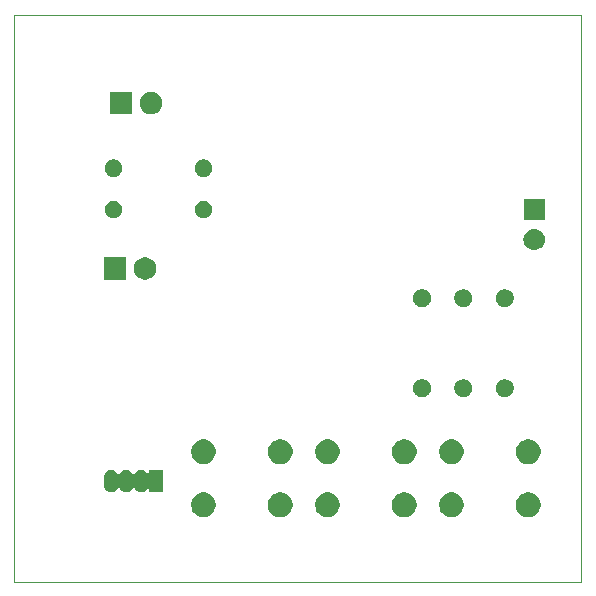
<source format=gbr>
G04 #@! TF.GenerationSoftware,KiCad,Pcbnew,(5.1.0)-1*
G04 #@! TF.CreationDate,2019-10-06T22:43:46-05:00*
G04 #@! TF.ProjectId,HHV_2019_SC,4848565f-3230-4313-995f-53432e6b6963,rev?*
G04 #@! TF.SameCoordinates,Original*
G04 #@! TF.FileFunction,Soldermask,Bot*
G04 #@! TF.FilePolarity,Negative*
%FSLAX46Y46*%
G04 Gerber Fmt 4.6, Leading zero omitted, Abs format (unit mm)*
G04 Created by KiCad (PCBNEW (5.1.0)-1) date 2019-10-06 22:43:46*
%MOMM*%
%LPD*%
G04 APERTURE LIST*
%ADD10C,0.050000*%
%ADD11C,0.100000*%
G04 APERTURE END LIST*
D10*
X90000000Y-98000000D02*
X90000000Y-50000000D01*
X138000000Y-98000000D02*
X90000000Y-98000000D01*
X138000000Y-50000000D02*
X138000000Y-98000000D01*
X90000000Y-50000000D02*
X138000000Y-50000000D01*
D11*
G36*
X106306564Y-90489389D02*
G01*
X106497833Y-90568615D01*
X106497835Y-90568616D01*
X106669973Y-90683635D01*
X106816365Y-90830027D01*
X106931385Y-91002167D01*
X107010611Y-91193436D01*
X107051000Y-91396484D01*
X107051000Y-91603516D01*
X107010611Y-91806564D01*
X106931385Y-91997833D01*
X106931384Y-91997835D01*
X106816365Y-92169973D01*
X106669973Y-92316365D01*
X106497835Y-92431384D01*
X106497834Y-92431385D01*
X106497833Y-92431385D01*
X106306564Y-92510611D01*
X106103516Y-92551000D01*
X105896484Y-92551000D01*
X105693436Y-92510611D01*
X105502167Y-92431385D01*
X105502166Y-92431385D01*
X105502165Y-92431384D01*
X105330027Y-92316365D01*
X105183635Y-92169973D01*
X105068616Y-91997835D01*
X105068615Y-91997833D01*
X104989389Y-91806564D01*
X104949000Y-91603516D01*
X104949000Y-91396484D01*
X104989389Y-91193436D01*
X105068615Y-91002167D01*
X105183635Y-90830027D01*
X105330027Y-90683635D01*
X105502165Y-90568616D01*
X105502167Y-90568615D01*
X105693436Y-90489389D01*
X105896484Y-90449000D01*
X106103516Y-90449000D01*
X106306564Y-90489389D01*
X106306564Y-90489389D01*
G37*
G36*
X112806564Y-90489389D02*
G01*
X112997833Y-90568615D01*
X112997835Y-90568616D01*
X113169973Y-90683635D01*
X113316365Y-90830027D01*
X113431385Y-91002167D01*
X113510611Y-91193436D01*
X113551000Y-91396484D01*
X113551000Y-91603516D01*
X113510611Y-91806564D01*
X113431385Y-91997833D01*
X113431384Y-91997835D01*
X113316365Y-92169973D01*
X113169973Y-92316365D01*
X112997835Y-92431384D01*
X112997834Y-92431385D01*
X112997833Y-92431385D01*
X112806564Y-92510611D01*
X112603516Y-92551000D01*
X112396484Y-92551000D01*
X112193436Y-92510611D01*
X112002167Y-92431385D01*
X112002166Y-92431385D01*
X112002165Y-92431384D01*
X111830027Y-92316365D01*
X111683635Y-92169973D01*
X111568616Y-91997835D01*
X111568615Y-91997833D01*
X111489389Y-91806564D01*
X111449000Y-91603516D01*
X111449000Y-91396484D01*
X111489389Y-91193436D01*
X111568615Y-91002167D01*
X111683635Y-90830027D01*
X111830027Y-90683635D01*
X112002165Y-90568616D01*
X112002167Y-90568615D01*
X112193436Y-90489389D01*
X112396484Y-90449000D01*
X112603516Y-90449000D01*
X112806564Y-90489389D01*
X112806564Y-90489389D01*
G37*
G36*
X133806564Y-90489389D02*
G01*
X133997833Y-90568615D01*
X133997835Y-90568616D01*
X134169973Y-90683635D01*
X134316365Y-90830027D01*
X134431385Y-91002167D01*
X134510611Y-91193436D01*
X134551000Y-91396484D01*
X134551000Y-91603516D01*
X134510611Y-91806564D01*
X134431385Y-91997833D01*
X134431384Y-91997835D01*
X134316365Y-92169973D01*
X134169973Y-92316365D01*
X133997835Y-92431384D01*
X133997834Y-92431385D01*
X133997833Y-92431385D01*
X133806564Y-92510611D01*
X133603516Y-92551000D01*
X133396484Y-92551000D01*
X133193436Y-92510611D01*
X133002167Y-92431385D01*
X133002166Y-92431385D01*
X133002165Y-92431384D01*
X132830027Y-92316365D01*
X132683635Y-92169973D01*
X132568616Y-91997835D01*
X132568615Y-91997833D01*
X132489389Y-91806564D01*
X132449000Y-91603516D01*
X132449000Y-91396484D01*
X132489389Y-91193436D01*
X132568615Y-91002167D01*
X132683635Y-90830027D01*
X132830027Y-90683635D01*
X133002165Y-90568616D01*
X133002167Y-90568615D01*
X133193436Y-90489389D01*
X133396484Y-90449000D01*
X133603516Y-90449000D01*
X133806564Y-90489389D01*
X133806564Y-90489389D01*
G37*
G36*
X116806564Y-90489389D02*
G01*
X116997833Y-90568615D01*
X116997835Y-90568616D01*
X117169973Y-90683635D01*
X117316365Y-90830027D01*
X117431385Y-91002167D01*
X117510611Y-91193436D01*
X117551000Y-91396484D01*
X117551000Y-91603516D01*
X117510611Y-91806564D01*
X117431385Y-91997833D01*
X117431384Y-91997835D01*
X117316365Y-92169973D01*
X117169973Y-92316365D01*
X116997835Y-92431384D01*
X116997834Y-92431385D01*
X116997833Y-92431385D01*
X116806564Y-92510611D01*
X116603516Y-92551000D01*
X116396484Y-92551000D01*
X116193436Y-92510611D01*
X116002167Y-92431385D01*
X116002166Y-92431385D01*
X116002165Y-92431384D01*
X115830027Y-92316365D01*
X115683635Y-92169973D01*
X115568616Y-91997835D01*
X115568615Y-91997833D01*
X115489389Y-91806564D01*
X115449000Y-91603516D01*
X115449000Y-91396484D01*
X115489389Y-91193436D01*
X115568615Y-91002167D01*
X115683635Y-90830027D01*
X115830027Y-90683635D01*
X116002165Y-90568616D01*
X116002167Y-90568615D01*
X116193436Y-90489389D01*
X116396484Y-90449000D01*
X116603516Y-90449000D01*
X116806564Y-90489389D01*
X116806564Y-90489389D01*
G37*
G36*
X123306564Y-90489389D02*
G01*
X123497833Y-90568615D01*
X123497835Y-90568616D01*
X123669973Y-90683635D01*
X123816365Y-90830027D01*
X123931385Y-91002167D01*
X124010611Y-91193436D01*
X124051000Y-91396484D01*
X124051000Y-91603516D01*
X124010611Y-91806564D01*
X123931385Y-91997833D01*
X123931384Y-91997835D01*
X123816365Y-92169973D01*
X123669973Y-92316365D01*
X123497835Y-92431384D01*
X123497834Y-92431385D01*
X123497833Y-92431385D01*
X123306564Y-92510611D01*
X123103516Y-92551000D01*
X122896484Y-92551000D01*
X122693436Y-92510611D01*
X122502167Y-92431385D01*
X122502166Y-92431385D01*
X122502165Y-92431384D01*
X122330027Y-92316365D01*
X122183635Y-92169973D01*
X122068616Y-91997835D01*
X122068615Y-91997833D01*
X121989389Y-91806564D01*
X121949000Y-91603516D01*
X121949000Y-91396484D01*
X121989389Y-91193436D01*
X122068615Y-91002167D01*
X122183635Y-90830027D01*
X122330027Y-90683635D01*
X122502165Y-90568616D01*
X122502167Y-90568615D01*
X122693436Y-90489389D01*
X122896484Y-90449000D01*
X123103516Y-90449000D01*
X123306564Y-90489389D01*
X123306564Y-90489389D01*
G37*
G36*
X127306564Y-90489389D02*
G01*
X127497833Y-90568615D01*
X127497835Y-90568616D01*
X127669973Y-90683635D01*
X127816365Y-90830027D01*
X127931385Y-91002167D01*
X128010611Y-91193436D01*
X128051000Y-91396484D01*
X128051000Y-91603516D01*
X128010611Y-91806564D01*
X127931385Y-91997833D01*
X127931384Y-91997835D01*
X127816365Y-92169973D01*
X127669973Y-92316365D01*
X127497835Y-92431384D01*
X127497834Y-92431385D01*
X127497833Y-92431385D01*
X127306564Y-92510611D01*
X127103516Y-92551000D01*
X126896484Y-92551000D01*
X126693436Y-92510611D01*
X126502167Y-92431385D01*
X126502166Y-92431385D01*
X126502165Y-92431384D01*
X126330027Y-92316365D01*
X126183635Y-92169973D01*
X126068616Y-91997835D01*
X126068615Y-91997833D01*
X125989389Y-91806564D01*
X125949000Y-91603516D01*
X125949000Y-91396484D01*
X125989389Y-91193436D01*
X126068615Y-91002167D01*
X126183635Y-90830027D01*
X126330027Y-90683635D01*
X126502165Y-90568616D01*
X126502167Y-90568615D01*
X126693436Y-90489389D01*
X126896484Y-90449000D01*
X127103516Y-90449000D01*
X127306564Y-90489389D01*
X127306564Y-90489389D01*
G37*
G36*
X100844876Y-88557479D02*
G01*
X100918517Y-88579818D01*
X100955338Y-88590987D01*
X101057140Y-88645402D01*
X101146370Y-88718630D01*
X101192375Y-88774689D01*
X101209702Y-88792016D01*
X101230076Y-88805630D01*
X101252715Y-88815007D01*
X101276748Y-88819788D01*
X101301252Y-88819788D01*
X101325285Y-88815008D01*
X101347924Y-88805631D01*
X101368299Y-88792017D01*
X101385626Y-88774690D01*
X101399240Y-88754316D01*
X101408617Y-88731677D01*
X101413398Y-88707644D01*
X101414000Y-88695391D01*
X101414000Y-88549000D01*
X102586000Y-88549000D01*
X102586000Y-90451000D01*
X101414000Y-90451000D01*
X101414000Y-90304609D01*
X101411598Y-90280223D01*
X101404485Y-90256774D01*
X101392934Y-90235163D01*
X101377389Y-90216221D01*
X101358447Y-90200676D01*
X101336836Y-90189125D01*
X101313387Y-90182012D01*
X101289001Y-90179610D01*
X101264615Y-90182012D01*
X101241166Y-90189125D01*
X101219555Y-90200676D01*
X101192376Y-90225310D01*
X101146370Y-90281369D01*
X101057139Y-90354598D01*
X100955337Y-90409013D01*
X100918516Y-90420182D01*
X100844875Y-90442521D01*
X100730000Y-90453835D01*
X100615124Y-90442521D01*
X100541483Y-90420182D01*
X100504662Y-90409013D01*
X100402863Y-90354599D01*
X100402861Y-90354598D01*
X100313631Y-90281369D01*
X100260166Y-90216221D01*
X100240402Y-90192139D01*
X100205239Y-90126354D01*
X100191625Y-90105980D01*
X100174298Y-90088653D01*
X100153924Y-90075039D01*
X100131285Y-90065662D01*
X100107251Y-90060882D01*
X100082747Y-90060882D01*
X100058714Y-90065663D01*
X100036075Y-90075040D01*
X100015701Y-90088654D01*
X99998374Y-90105981D01*
X99984761Y-90126355D01*
X99949601Y-90192135D01*
X99949599Y-90192138D01*
X99949598Y-90192139D01*
X99876369Y-90281369D01*
X99848051Y-90304609D01*
X99787139Y-90354598D01*
X99685337Y-90409013D01*
X99648516Y-90420182D01*
X99574875Y-90442521D01*
X99460000Y-90453835D01*
X99345124Y-90442521D01*
X99271483Y-90420182D01*
X99234662Y-90409013D01*
X99132863Y-90354599D01*
X99132861Y-90354598D01*
X99043631Y-90281369D01*
X98990166Y-90216221D01*
X98970402Y-90192139D01*
X98935239Y-90126354D01*
X98921625Y-90105980D01*
X98904298Y-90088653D01*
X98883924Y-90075039D01*
X98861285Y-90065662D01*
X98837251Y-90060882D01*
X98812747Y-90060882D01*
X98788714Y-90065663D01*
X98766075Y-90075040D01*
X98745701Y-90088654D01*
X98728374Y-90105981D01*
X98714761Y-90126355D01*
X98679601Y-90192135D01*
X98679599Y-90192138D01*
X98679598Y-90192139D01*
X98606369Y-90281369D01*
X98578051Y-90304609D01*
X98517139Y-90354598D01*
X98415337Y-90409013D01*
X98378516Y-90420182D01*
X98304875Y-90442521D01*
X98190000Y-90453835D01*
X98075124Y-90442521D01*
X98001483Y-90420182D01*
X97964662Y-90409013D01*
X97862863Y-90354599D01*
X97862861Y-90354598D01*
X97773631Y-90281369D01*
X97720166Y-90216221D01*
X97700402Y-90192139D01*
X97645987Y-90090337D01*
X97634818Y-90053516D01*
X97612479Y-89979875D01*
X97604000Y-89893784D01*
X97604000Y-89106215D01*
X97612479Y-89020124D01*
X97645988Y-88909663D01*
X97665240Y-88873645D01*
X97700403Y-88807860D01*
X97773631Y-88718630D01*
X97862861Y-88645402D01*
X97964663Y-88590987D01*
X98001484Y-88579818D01*
X98075125Y-88557479D01*
X98190000Y-88546165D01*
X98304876Y-88557479D01*
X98378517Y-88579818D01*
X98415338Y-88590987D01*
X98517140Y-88645402D01*
X98606370Y-88718630D01*
X98679598Y-88807860D01*
X98714762Y-88873646D01*
X98728376Y-88894021D01*
X98745703Y-88911347D01*
X98766078Y-88924961D01*
X98788717Y-88934338D01*
X98812750Y-88939118D01*
X98837254Y-88939118D01*
X98861288Y-88934337D01*
X98883926Y-88924960D01*
X98904301Y-88911346D01*
X98921627Y-88894019D01*
X98935240Y-88873645D01*
X98970402Y-88807862D01*
X99043631Y-88718630D01*
X99132861Y-88645402D01*
X99234663Y-88590987D01*
X99271484Y-88579818D01*
X99345125Y-88557479D01*
X99460000Y-88546165D01*
X99574876Y-88557479D01*
X99648517Y-88579818D01*
X99685338Y-88590987D01*
X99787140Y-88645402D01*
X99876370Y-88718630D01*
X99949598Y-88807860D01*
X99984762Y-88873646D01*
X99998376Y-88894021D01*
X100015703Y-88911347D01*
X100036078Y-88924961D01*
X100058717Y-88934338D01*
X100082750Y-88939118D01*
X100107254Y-88939118D01*
X100131288Y-88934337D01*
X100153926Y-88924960D01*
X100174301Y-88911346D01*
X100191627Y-88894019D01*
X100205240Y-88873645D01*
X100240402Y-88807862D01*
X100313631Y-88718630D01*
X100402861Y-88645402D01*
X100504663Y-88590987D01*
X100541484Y-88579818D01*
X100615125Y-88557479D01*
X100730000Y-88546165D01*
X100844876Y-88557479D01*
X100844876Y-88557479D01*
G37*
G36*
X106306564Y-85989389D02*
G01*
X106497833Y-86068615D01*
X106497835Y-86068616D01*
X106669973Y-86183635D01*
X106816365Y-86330027D01*
X106931385Y-86502167D01*
X107010611Y-86693436D01*
X107051000Y-86896484D01*
X107051000Y-87103516D01*
X107010611Y-87306564D01*
X106931385Y-87497833D01*
X106931384Y-87497835D01*
X106816365Y-87669973D01*
X106669973Y-87816365D01*
X106497835Y-87931384D01*
X106497834Y-87931385D01*
X106497833Y-87931385D01*
X106306564Y-88010611D01*
X106103516Y-88051000D01*
X105896484Y-88051000D01*
X105693436Y-88010611D01*
X105502167Y-87931385D01*
X105502166Y-87931385D01*
X105502165Y-87931384D01*
X105330027Y-87816365D01*
X105183635Y-87669973D01*
X105068616Y-87497835D01*
X105068615Y-87497833D01*
X104989389Y-87306564D01*
X104949000Y-87103516D01*
X104949000Y-86896484D01*
X104989389Y-86693436D01*
X105068615Y-86502167D01*
X105183635Y-86330027D01*
X105330027Y-86183635D01*
X105502165Y-86068616D01*
X105502167Y-86068615D01*
X105693436Y-85989389D01*
X105896484Y-85949000D01*
X106103516Y-85949000D01*
X106306564Y-85989389D01*
X106306564Y-85989389D01*
G37*
G36*
X123306564Y-85989389D02*
G01*
X123497833Y-86068615D01*
X123497835Y-86068616D01*
X123669973Y-86183635D01*
X123816365Y-86330027D01*
X123931385Y-86502167D01*
X124010611Y-86693436D01*
X124051000Y-86896484D01*
X124051000Y-87103516D01*
X124010611Y-87306564D01*
X123931385Y-87497833D01*
X123931384Y-87497835D01*
X123816365Y-87669973D01*
X123669973Y-87816365D01*
X123497835Y-87931384D01*
X123497834Y-87931385D01*
X123497833Y-87931385D01*
X123306564Y-88010611D01*
X123103516Y-88051000D01*
X122896484Y-88051000D01*
X122693436Y-88010611D01*
X122502167Y-87931385D01*
X122502166Y-87931385D01*
X122502165Y-87931384D01*
X122330027Y-87816365D01*
X122183635Y-87669973D01*
X122068616Y-87497835D01*
X122068615Y-87497833D01*
X121989389Y-87306564D01*
X121949000Y-87103516D01*
X121949000Y-86896484D01*
X121989389Y-86693436D01*
X122068615Y-86502167D01*
X122183635Y-86330027D01*
X122330027Y-86183635D01*
X122502165Y-86068616D01*
X122502167Y-86068615D01*
X122693436Y-85989389D01*
X122896484Y-85949000D01*
X123103516Y-85949000D01*
X123306564Y-85989389D01*
X123306564Y-85989389D01*
G37*
G36*
X112806564Y-85989389D02*
G01*
X112997833Y-86068615D01*
X112997835Y-86068616D01*
X113169973Y-86183635D01*
X113316365Y-86330027D01*
X113431385Y-86502167D01*
X113510611Y-86693436D01*
X113551000Y-86896484D01*
X113551000Y-87103516D01*
X113510611Y-87306564D01*
X113431385Y-87497833D01*
X113431384Y-87497835D01*
X113316365Y-87669973D01*
X113169973Y-87816365D01*
X112997835Y-87931384D01*
X112997834Y-87931385D01*
X112997833Y-87931385D01*
X112806564Y-88010611D01*
X112603516Y-88051000D01*
X112396484Y-88051000D01*
X112193436Y-88010611D01*
X112002167Y-87931385D01*
X112002166Y-87931385D01*
X112002165Y-87931384D01*
X111830027Y-87816365D01*
X111683635Y-87669973D01*
X111568616Y-87497835D01*
X111568615Y-87497833D01*
X111489389Y-87306564D01*
X111449000Y-87103516D01*
X111449000Y-86896484D01*
X111489389Y-86693436D01*
X111568615Y-86502167D01*
X111683635Y-86330027D01*
X111830027Y-86183635D01*
X112002165Y-86068616D01*
X112002167Y-86068615D01*
X112193436Y-85989389D01*
X112396484Y-85949000D01*
X112603516Y-85949000D01*
X112806564Y-85989389D01*
X112806564Y-85989389D01*
G37*
G36*
X127306564Y-85989389D02*
G01*
X127497833Y-86068615D01*
X127497835Y-86068616D01*
X127669973Y-86183635D01*
X127816365Y-86330027D01*
X127931385Y-86502167D01*
X128010611Y-86693436D01*
X128051000Y-86896484D01*
X128051000Y-87103516D01*
X128010611Y-87306564D01*
X127931385Y-87497833D01*
X127931384Y-87497835D01*
X127816365Y-87669973D01*
X127669973Y-87816365D01*
X127497835Y-87931384D01*
X127497834Y-87931385D01*
X127497833Y-87931385D01*
X127306564Y-88010611D01*
X127103516Y-88051000D01*
X126896484Y-88051000D01*
X126693436Y-88010611D01*
X126502167Y-87931385D01*
X126502166Y-87931385D01*
X126502165Y-87931384D01*
X126330027Y-87816365D01*
X126183635Y-87669973D01*
X126068616Y-87497835D01*
X126068615Y-87497833D01*
X125989389Y-87306564D01*
X125949000Y-87103516D01*
X125949000Y-86896484D01*
X125989389Y-86693436D01*
X126068615Y-86502167D01*
X126183635Y-86330027D01*
X126330027Y-86183635D01*
X126502165Y-86068616D01*
X126502167Y-86068615D01*
X126693436Y-85989389D01*
X126896484Y-85949000D01*
X127103516Y-85949000D01*
X127306564Y-85989389D01*
X127306564Y-85989389D01*
G37*
G36*
X116806564Y-85989389D02*
G01*
X116997833Y-86068615D01*
X116997835Y-86068616D01*
X117169973Y-86183635D01*
X117316365Y-86330027D01*
X117431385Y-86502167D01*
X117510611Y-86693436D01*
X117551000Y-86896484D01*
X117551000Y-87103516D01*
X117510611Y-87306564D01*
X117431385Y-87497833D01*
X117431384Y-87497835D01*
X117316365Y-87669973D01*
X117169973Y-87816365D01*
X116997835Y-87931384D01*
X116997834Y-87931385D01*
X116997833Y-87931385D01*
X116806564Y-88010611D01*
X116603516Y-88051000D01*
X116396484Y-88051000D01*
X116193436Y-88010611D01*
X116002167Y-87931385D01*
X116002166Y-87931385D01*
X116002165Y-87931384D01*
X115830027Y-87816365D01*
X115683635Y-87669973D01*
X115568616Y-87497835D01*
X115568615Y-87497833D01*
X115489389Y-87306564D01*
X115449000Y-87103516D01*
X115449000Y-86896484D01*
X115489389Y-86693436D01*
X115568615Y-86502167D01*
X115683635Y-86330027D01*
X115830027Y-86183635D01*
X116002165Y-86068616D01*
X116002167Y-86068615D01*
X116193436Y-85989389D01*
X116396484Y-85949000D01*
X116603516Y-85949000D01*
X116806564Y-85989389D01*
X116806564Y-85989389D01*
G37*
G36*
X133806564Y-85989389D02*
G01*
X133997833Y-86068615D01*
X133997835Y-86068616D01*
X134169973Y-86183635D01*
X134316365Y-86330027D01*
X134431385Y-86502167D01*
X134510611Y-86693436D01*
X134551000Y-86896484D01*
X134551000Y-87103516D01*
X134510611Y-87306564D01*
X134431385Y-87497833D01*
X134431384Y-87497835D01*
X134316365Y-87669973D01*
X134169973Y-87816365D01*
X133997835Y-87931384D01*
X133997834Y-87931385D01*
X133997833Y-87931385D01*
X133806564Y-88010611D01*
X133603516Y-88051000D01*
X133396484Y-88051000D01*
X133193436Y-88010611D01*
X133002167Y-87931385D01*
X133002166Y-87931385D01*
X133002165Y-87931384D01*
X132830027Y-87816365D01*
X132683635Y-87669973D01*
X132568616Y-87497835D01*
X132568615Y-87497833D01*
X132489389Y-87306564D01*
X132449000Y-87103516D01*
X132449000Y-86896484D01*
X132489389Y-86693436D01*
X132568615Y-86502167D01*
X132683635Y-86330027D01*
X132830027Y-86183635D01*
X133002165Y-86068616D01*
X133002167Y-86068615D01*
X133193436Y-85989389D01*
X133396484Y-85949000D01*
X133603516Y-85949000D01*
X133806564Y-85989389D01*
X133806564Y-85989389D01*
G37*
G36*
X124719059Y-80897860D02*
G01*
X124855732Y-80954472D01*
X124978735Y-81036660D01*
X125083340Y-81141265D01*
X125165528Y-81264268D01*
X125222140Y-81400941D01*
X125251000Y-81546033D01*
X125251000Y-81693967D01*
X125222140Y-81839059D01*
X125165528Y-81975732D01*
X125083340Y-82098735D01*
X124978735Y-82203340D01*
X124855732Y-82285528D01*
X124855731Y-82285529D01*
X124855730Y-82285529D01*
X124719059Y-82342140D01*
X124573968Y-82371000D01*
X124426032Y-82371000D01*
X124280941Y-82342140D01*
X124144270Y-82285529D01*
X124144269Y-82285529D01*
X124144268Y-82285528D01*
X124021265Y-82203340D01*
X123916660Y-82098735D01*
X123834472Y-81975732D01*
X123777860Y-81839059D01*
X123749000Y-81693967D01*
X123749000Y-81546033D01*
X123777860Y-81400941D01*
X123834472Y-81264268D01*
X123916660Y-81141265D01*
X124021265Y-81036660D01*
X124144268Y-80954472D01*
X124280941Y-80897860D01*
X124426032Y-80869000D01*
X124573968Y-80869000D01*
X124719059Y-80897860D01*
X124719059Y-80897860D01*
G37*
G36*
X128219059Y-80897860D02*
G01*
X128355732Y-80954472D01*
X128478735Y-81036660D01*
X128583340Y-81141265D01*
X128665528Y-81264268D01*
X128722140Y-81400941D01*
X128751000Y-81546033D01*
X128751000Y-81693967D01*
X128722140Y-81839059D01*
X128665528Y-81975732D01*
X128583340Y-82098735D01*
X128478735Y-82203340D01*
X128355732Y-82285528D01*
X128355731Y-82285529D01*
X128355730Y-82285529D01*
X128219059Y-82342140D01*
X128073968Y-82371000D01*
X127926032Y-82371000D01*
X127780941Y-82342140D01*
X127644270Y-82285529D01*
X127644269Y-82285529D01*
X127644268Y-82285528D01*
X127521265Y-82203340D01*
X127416660Y-82098735D01*
X127334472Y-81975732D01*
X127277860Y-81839059D01*
X127249000Y-81693967D01*
X127249000Y-81546033D01*
X127277860Y-81400941D01*
X127334472Y-81264268D01*
X127416660Y-81141265D01*
X127521265Y-81036660D01*
X127644268Y-80954472D01*
X127780941Y-80897860D01*
X127926032Y-80869000D01*
X128073968Y-80869000D01*
X128219059Y-80897860D01*
X128219059Y-80897860D01*
G37*
G36*
X131719059Y-80897860D02*
G01*
X131855732Y-80954472D01*
X131978735Y-81036660D01*
X132083340Y-81141265D01*
X132165528Y-81264268D01*
X132222140Y-81400941D01*
X132251000Y-81546033D01*
X132251000Y-81693967D01*
X132222140Y-81839059D01*
X132165528Y-81975732D01*
X132083340Y-82098735D01*
X131978735Y-82203340D01*
X131855732Y-82285528D01*
X131855731Y-82285529D01*
X131855730Y-82285529D01*
X131719059Y-82342140D01*
X131573968Y-82371000D01*
X131426032Y-82371000D01*
X131280941Y-82342140D01*
X131144270Y-82285529D01*
X131144269Y-82285529D01*
X131144268Y-82285528D01*
X131021265Y-82203340D01*
X130916660Y-82098735D01*
X130834472Y-81975732D01*
X130777860Y-81839059D01*
X130749000Y-81693967D01*
X130749000Y-81546033D01*
X130777860Y-81400941D01*
X130834472Y-81264268D01*
X130916660Y-81141265D01*
X131021265Y-81036660D01*
X131144268Y-80954472D01*
X131280941Y-80897860D01*
X131426032Y-80869000D01*
X131573968Y-80869000D01*
X131719059Y-80897860D01*
X131719059Y-80897860D01*
G37*
G36*
X131719059Y-73277860D02*
G01*
X131855732Y-73334472D01*
X131978735Y-73416660D01*
X132083340Y-73521265D01*
X132165528Y-73644268D01*
X132222140Y-73780941D01*
X132251000Y-73926033D01*
X132251000Y-74073967D01*
X132222140Y-74219059D01*
X132165528Y-74355732D01*
X132083340Y-74478735D01*
X131978735Y-74583340D01*
X131855732Y-74665528D01*
X131855731Y-74665529D01*
X131855730Y-74665529D01*
X131719059Y-74722140D01*
X131573968Y-74751000D01*
X131426032Y-74751000D01*
X131280941Y-74722140D01*
X131144270Y-74665529D01*
X131144269Y-74665529D01*
X131144268Y-74665528D01*
X131021265Y-74583340D01*
X130916660Y-74478735D01*
X130834472Y-74355732D01*
X130777860Y-74219059D01*
X130749000Y-74073967D01*
X130749000Y-73926033D01*
X130777860Y-73780941D01*
X130834472Y-73644268D01*
X130916660Y-73521265D01*
X131021265Y-73416660D01*
X131144268Y-73334472D01*
X131280941Y-73277860D01*
X131426032Y-73249000D01*
X131573968Y-73249000D01*
X131719059Y-73277860D01*
X131719059Y-73277860D01*
G37*
G36*
X128219059Y-73277860D02*
G01*
X128355732Y-73334472D01*
X128478735Y-73416660D01*
X128583340Y-73521265D01*
X128665528Y-73644268D01*
X128722140Y-73780941D01*
X128751000Y-73926033D01*
X128751000Y-74073967D01*
X128722140Y-74219059D01*
X128665528Y-74355732D01*
X128583340Y-74478735D01*
X128478735Y-74583340D01*
X128355732Y-74665528D01*
X128355731Y-74665529D01*
X128355730Y-74665529D01*
X128219059Y-74722140D01*
X128073968Y-74751000D01*
X127926032Y-74751000D01*
X127780941Y-74722140D01*
X127644270Y-74665529D01*
X127644269Y-74665529D01*
X127644268Y-74665528D01*
X127521265Y-74583340D01*
X127416660Y-74478735D01*
X127334472Y-74355732D01*
X127277860Y-74219059D01*
X127249000Y-74073967D01*
X127249000Y-73926033D01*
X127277860Y-73780941D01*
X127334472Y-73644268D01*
X127416660Y-73521265D01*
X127521265Y-73416660D01*
X127644268Y-73334472D01*
X127780941Y-73277860D01*
X127926032Y-73249000D01*
X128073968Y-73249000D01*
X128219059Y-73277860D01*
X128219059Y-73277860D01*
G37*
G36*
X124719059Y-73277860D02*
G01*
X124855732Y-73334472D01*
X124978735Y-73416660D01*
X125083340Y-73521265D01*
X125165528Y-73644268D01*
X125222140Y-73780941D01*
X125251000Y-73926033D01*
X125251000Y-74073967D01*
X125222140Y-74219059D01*
X125165528Y-74355732D01*
X125083340Y-74478735D01*
X124978735Y-74583340D01*
X124855732Y-74665528D01*
X124855731Y-74665529D01*
X124855730Y-74665529D01*
X124719059Y-74722140D01*
X124573968Y-74751000D01*
X124426032Y-74751000D01*
X124280941Y-74722140D01*
X124144270Y-74665529D01*
X124144269Y-74665529D01*
X124144268Y-74665528D01*
X124021265Y-74583340D01*
X123916660Y-74478735D01*
X123834472Y-74355732D01*
X123777860Y-74219059D01*
X123749000Y-74073967D01*
X123749000Y-73926033D01*
X123777860Y-73780941D01*
X123834472Y-73644268D01*
X123916660Y-73521265D01*
X124021265Y-73416660D01*
X124144268Y-73334472D01*
X124280941Y-73277860D01*
X124426032Y-73249000D01*
X124573968Y-73249000D01*
X124719059Y-73277860D01*
X124719059Y-73277860D01*
G37*
G36*
X101317395Y-70585546D02*
G01*
X101490466Y-70657234D01*
X101490467Y-70657235D01*
X101646227Y-70761310D01*
X101778690Y-70893773D01*
X101778691Y-70893775D01*
X101882766Y-71049534D01*
X101954454Y-71222605D01*
X101991000Y-71406333D01*
X101991000Y-71593667D01*
X101954454Y-71777395D01*
X101882766Y-71950466D01*
X101882765Y-71950467D01*
X101778690Y-72106227D01*
X101646227Y-72238690D01*
X101567818Y-72291081D01*
X101490466Y-72342766D01*
X101317395Y-72414454D01*
X101133667Y-72451000D01*
X100946333Y-72451000D01*
X100762605Y-72414454D01*
X100589534Y-72342766D01*
X100512182Y-72291081D01*
X100433773Y-72238690D01*
X100301310Y-72106227D01*
X100197235Y-71950467D01*
X100197234Y-71950466D01*
X100125546Y-71777395D01*
X100089000Y-71593667D01*
X100089000Y-71406333D01*
X100125546Y-71222605D01*
X100197234Y-71049534D01*
X100301309Y-70893775D01*
X100301310Y-70893773D01*
X100433773Y-70761310D01*
X100589533Y-70657235D01*
X100589534Y-70657234D01*
X100762605Y-70585546D01*
X100946333Y-70549000D01*
X101133667Y-70549000D01*
X101317395Y-70585546D01*
X101317395Y-70585546D01*
G37*
G36*
X99451000Y-72451000D02*
G01*
X97549000Y-72451000D01*
X97549000Y-70549000D01*
X99451000Y-70549000D01*
X99451000Y-72451000D01*
X99451000Y-72451000D01*
G37*
G36*
X134110443Y-68145519D02*
G01*
X134176627Y-68152037D01*
X134346466Y-68203557D01*
X134502991Y-68287222D01*
X134538729Y-68316552D01*
X134640186Y-68399814D01*
X134723448Y-68501271D01*
X134752778Y-68537009D01*
X134836443Y-68693534D01*
X134887963Y-68863373D01*
X134905359Y-69040000D01*
X134887963Y-69216627D01*
X134836443Y-69386466D01*
X134752778Y-69542991D01*
X134723448Y-69578729D01*
X134640186Y-69680186D01*
X134538729Y-69763448D01*
X134502991Y-69792778D01*
X134346466Y-69876443D01*
X134176627Y-69927963D01*
X134110443Y-69934481D01*
X134044260Y-69941000D01*
X133955740Y-69941000D01*
X133889557Y-69934481D01*
X133823373Y-69927963D01*
X133653534Y-69876443D01*
X133497009Y-69792778D01*
X133461271Y-69763448D01*
X133359814Y-69680186D01*
X133276552Y-69578729D01*
X133247222Y-69542991D01*
X133163557Y-69386466D01*
X133112037Y-69216627D01*
X133094641Y-69040000D01*
X133112037Y-68863373D01*
X133163557Y-68693534D01*
X133247222Y-68537009D01*
X133276552Y-68501271D01*
X133359814Y-68399814D01*
X133461271Y-68316552D01*
X133497009Y-68287222D01*
X133653534Y-68203557D01*
X133823373Y-68152037D01*
X133889557Y-68145519D01*
X133955740Y-68139000D01*
X134044260Y-68139000D01*
X134110443Y-68145519D01*
X134110443Y-68145519D01*
G37*
G36*
X134901000Y-67401000D02*
G01*
X133099000Y-67401000D01*
X133099000Y-65599000D01*
X134901000Y-65599000D01*
X134901000Y-67401000D01*
X134901000Y-67401000D01*
G37*
G36*
X106219059Y-65777860D02*
G01*
X106355732Y-65834472D01*
X106478735Y-65916660D01*
X106583340Y-66021265D01*
X106665528Y-66144268D01*
X106722140Y-66280941D01*
X106751000Y-66426033D01*
X106751000Y-66573967D01*
X106722140Y-66719059D01*
X106665528Y-66855732D01*
X106583340Y-66978735D01*
X106478735Y-67083340D01*
X106355732Y-67165528D01*
X106355731Y-67165529D01*
X106355730Y-67165529D01*
X106219059Y-67222140D01*
X106073968Y-67251000D01*
X105926032Y-67251000D01*
X105780941Y-67222140D01*
X105644270Y-67165529D01*
X105644269Y-67165529D01*
X105644268Y-67165528D01*
X105521265Y-67083340D01*
X105416660Y-66978735D01*
X105334472Y-66855732D01*
X105277860Y-66719059D01*
X105249000Y-66573967D01*
X105249000Y-66426033D01*
X105277860Y-66280941D01*
X105334472Y-66144268D01*
X105416660Y-66021265D01*
X105521265Y-65916660D01*
X105644268Y-65834472D01*
X105780941Y-65777860D01*
X105926032Y-65749000D01*
X106073968Y-65749000D01*
X106219059Y-65777860D01*
X106219059Y-65777860D01*
G37*
G36*
X98599059Y-65777860D02*
G01*
X98735732Y-65834472D01*
X98858735Y-65916660D01*
X98963340Y-66021265D01*
X99045528Y-66144268D01*
X99102140Y-66280941D01*
X99131000Y-66426033D01*
X99131000Y-66573967D01*
X99102140Y-66719059D01*
X99045528Y-66855732D01*
X98963340Y-66978735D01*
X98858735Y-67083340D01*
X98735732Y-67165528D01*
X98735731Y-67165529D01*
X98735730Y-67165529D01*
X98599059Y-67222140D01*
X98453968Y-67251000D01*
X98306032Y-67251000D01*
X98160941Y-67222140D01*
X98024270Y-67165529D01*
X98024269Y-67165529D01*
X98024268Y-67165528D01*
X97901265Y-67083340D01*
X97796660Y-66978735D01*
X97714472Y-66855732D01*
X97657860Y-66719059D01*
X97629000Y-66573967D01*
X97629000Y-66426033D01*
X97657860Y-66280941D01*
X97714472Y-66144268D01*
X97796660Y-66021265D01*
X97901265Y-65916660D01*
X98024268Y-65834472D01*
X98160941Y-65777860D01*
X98306032Y-65749000D01*
X98453968Y-65749000D01*
X98599059Y-65777860D01*
X98599059Y-65777860D01*
G37*
G36*
X98599059Y-62277860D02*
G01*
X98735732Y-62334472D01*
X98858735Y-62416660D01*
X98963340Y-62521265D01*
X99045528Y-62644268D01*
X99102140Y-62780941D01*
X99131000Y-62926033D01*
X99131000Y-63073967D01*
X99102140Y-63219059D01*
X99045528Y-63355732D01*
X98963340Y-63478735D01*
X98858735Y-63583340D01*
X98735732Y-63665528D01*
X98735731Y-63665529D01*
X98735730Y-63665529D01*
X98599059Y-63722140D01*
X98453968Y-63751000D01*
X98306032Y-63751000D01*
X98160941Y-63722140D01*
X98024270Y-63665529D01*
X98024269Y-63665529D01*
X98024268Y-63665528D01*
X97901265Y-63583340D01*
X97796660Y-63478735D01*
X97714472Y-63355732D01*
X97657860Y-63219059D01*
X97629000Y-63073967D01*
X97629000Y-62926033D01*
X97657860Y-62780941D01*
X97714472Y-62644268D01*
X97796660Y-62521265D01*
X97901265Y-62416660D01*
X98024268Y-62334472D01*
X98160941Y-62277860D01*
X98306032Y-62249000D01*
X98453968Y-62249000D01*
X98599059Y-62277860D01*
X98599059Y-62277860D01*
G37*
G36*
X106219059Y-62277860D02*
G01*
X106355732Y-62334472D01*
X106478735Y-62416660D01*
X106583340Y-62521265D01*
X106665528Y-62644268D01*
X106722140Y-62780941D01*
X106751000Y-62926033D01*
X106751000Y-63073967D01*
X106722140Y-63219059D01*
X106665528Y-63355732D01*
X106583340Y-63478735D01*
X106478735Y-63583340D01*
X106355732Y-63665528D01*
X106355731Y-63665529D01*
X106355730Y-63665529D01*
X106219059Y-63722140D01*
X106073968Y-63751000D01*
X105926032Y-63751000D01*
X105780941Y-63722140D01*
X105644270Y-63665529D01*
X105644269Y-63665529D01*
X105644268Y-63665528D01*
X105521265Y-63583340D01*
X105416660Y-63478735D01*
X105334472Y-63355732D01*
X105277860Y-63219059D01*
X105249000Y-63073967D01*
X105249000Y-62926033D01*
X105277860Y-62780941D01*
X105334472Y-62644268D01*
X105416660Y-62521265D01*
X105521265Y-62416660D01*
X105644268Y-62334472D01*
X105780941Y-62277860D01*
X105926032Y-62249000D01*
X106073968Y-62249000D01*
X106219059Y-62277860D01*
X106219059Y-62277860D01*
G37*
G36*
X99951000Y-58451000D02*
G01*
X98049000Y-58451000D01*
X98049000Y-56549000D01*
X99951000Y-56549000D01*
X99951000Y-58451000D01*
X99951000Y-58451000D01*
G37*
G36*
X101817395Y-56585546D02*
G01*
X101990466Y-56657234D01*
X101990467Y-56657235D01*
X102146227Y-56761310D01*
X102278690Y-56893773D01*
X102278691Y-56893775D01*
X102382766Y-57049534D01*
X102454454Y-57222605D01*
X102491000Y-57406333D01*
X102491000Y-57593667D01*
X102454454Y-57777395D01*
X102382766Y-57950466D01*
X102382765Y-57950467D01*
X102278690Y-58106227D01*
X102146227Y-58238690D01*
X102067818Y-58291081D01*
X101990466Y-58342766D01*
X101817395Y-58414454D01*
X101633667Y-58451000D01*
X101446333Y-58451000D01*
X101262605Y-58414454D01*
X101089534Y-58342766D01*
X101012182Y-58291081D01*
X100933773Y-58238690D01*
X100801310Y-58106227D01*
X100697235Y-57950467D01*
X100697234Y-57950466D01*
X100625546Y-57777395D01*
X100589000Y-57593667D01*
X100589000Y-57406333D01*
X100625546Y-57222605D01*
X100697234Y-57049534D01*
X100801309Y-56893775D01*
X100801310Y-56893773D01*
X100933773Y-56761310D01*
X101089533Y-56657235D01*
X101089534Y-56657234D01*
X101262605Y-56585546D01*
X101446333Y-56549000D01*
X101633667Y-56549000D01*
X101817395Y-56585546D01*
X101817395Y-56585546D01*
G37*
M02*

</source>
